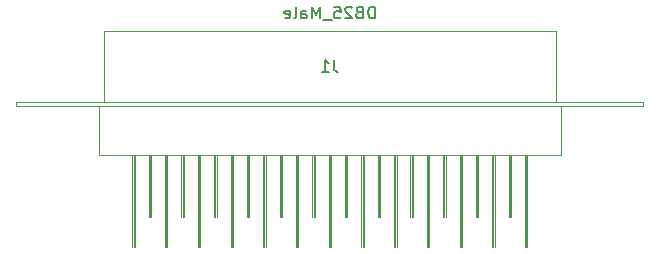
<source format=gbr>
G04 #@! TF.GenerationSoftware,KiCad,Pcbnew,7.0.1*
G04 #@! TF.CreationDate,2024-09-21T18:31:02-05:00*
G04 #@! TF.ProjectId,C128DKEYBOARD,43313238-444b-4455-9942-4f4152442e6b,3.3*
G04 #@! TF.SameCoordinates,Original*
G04 #@! TF.FileFunction,AssemblyDrawing,Bot*
%FSLAX46Y46*%
G04 Gerber Fmt 4.6, Leading zero omitted, Abs format (unit mm)*
G04 Created by KiCad (PCBNEW 7.0.1) date 2024-09-21 18:31:02*
%MOMM*%
%LPD*%
G01*
G04 APERTURE LIST*
%ADD10C,0.150000*%
%ADD11C,0.100000*%
G04 APERTURE END LIST*
D10*
X460344123Y-115898919D02*
X460344123Y-114898919D01*
X460344123Y-114898919D02*
X460106028Y-114898919D01*
X460106028Y-114898919D02*
X459963171Y-114946538D01*
X459963171Y-114946538D02*
X459867933Y-115041776D01*
X459867933Y-115041776D02*
X459820314Y-115137014D01*
X459820314Y-115137014D02*
X459772695Y-115327490D01*
X459772695Y-115327490D02*
X459772695Y-115470347D01*
X459772695Y-115470347D02*
X459820314Y-115660823D01*
X459820314Y-115660823D02*
X459867933Y-115756061D01*
X459867933Y-115756061D02*
X459963171Y-115851300D01*
X459963171Y-115851300D02*
X460106028Y-115898919D01*
X460106028Y-115898919D02*
X460344123Y-115898919D01*
X459010790Y-115375109D02*
X458867933Y-115422728D01*
X458867933Y-115422728D02*
X458820314Y-115470347D01*
X458820314Y-115470347D02*
X458772695Y-115565585D01*
X458772695Y-115565585D02*
X458772695Y-115708442D01*
X458772695Y-115708442D02*
X458820314Y-115803680D01*
X458820314Y-115803680D02*
X458867933Y-115851300D01*
X458867933Y-115851300D02*
X458963171Y-115898919D01*
X458963171Y-115898919D02*
X459344123Y-115898919D01*
X459344123Y-115898919D02*
X459344123Y-114898919D01*
X459344123Y-114898919D02*
X459010790Y-114898919D01*
X459010790Y-114898919D02*
X458915552Y-114946538D01*
X458915552Y-114946538D02*
X458867933Y-114994157D01*
X458867933Y-114994157D02*
X458820314Y-115089395D01*
X458820314Y-115089395D02*
X458820314Y-115184633D01*
X458820314Y-115184633D02*
X458867933Y-115279871D01*
X458867933Y-115279871D02*
X458915552Y-115327490D01*
X458915552Y-115327490D02*
X459010790Y-115375109D01*
X459010790Y-115375109D02*
X459344123Y-115375109D01*
X458391742Y-114994157D02*
X458344123Y-114946538D01*
X458344123Y-114946538D02*
X458248885Y-114898919D01*
X458248885Y-114898919D02*
X458010790Y-114898919D01*
X458010790Y-114898919D02*
X457915552Y-114946538D01*
X457915552Y-114946538D02*
X457867933Y-114994157D01*
X457867933Y-114994157D02*
X457820314Y-115089395D01*
X457820314Y-115089395D02*
X457820314Y-115184633D01*
X457820314Y-115184633D02*
X457867933Y-115327490D01*
X457867933Y-115327490D02*
X458439361Y-115898919D01*
X458439361Y-115898919D02*
X457820314Y-115898919D01*
X456915552Y-114898919D02*
X457391742Y-114898919D01*
X457391742Y-114898919D02*
X457439361Y-115375109D01*
X457439361Y-115375109D02*
X457391742Y-115327490D01*
X457391742Y-115327490D02*
X457296504Y-115279871D01*
X457296504Y-115279871D02*
X457058409Y-115279871D01*
X457058409Y-115279871D02*
X456963171Y-115327490D01*
X456963171Y-115327490D02*
X456915552Y-115375109D01*
X456915552Y-115375109D02*
X456867933Y-115470347D01*
X456867933Y-115470347D02*
X456867933Y-115708442D01*
X456867933Y-115708442D02*
X456915552Y-115803680D01*
X456915552Y-115803680D02*
X456963171Y-115851300D01*
X456963171Y-115851300D02*
X457058409Y-115898919D01*
X457058409Y-115898919D02*
X457296504Y-115898919D01*
X457296504Y-115898919D02*
X457391742Y-115851300D01*
X457391742Y-115851300D02*
X457439361Y-115803680D01*
X456677457Y-115994157D02*
X455915552Y-115994157D01*
X455677456Y-115898919D02*
X455677456Y-114898919D01*
X455677456Y-114898919D02*
X455344123Y-115613204D01*
X455344123Y-115613204D02*
X455010790Y-114898919D01*
X455010790Y-114898919D02*
X455010790Y-115898919D01*
X454106028Y-115898919D02*
X454106028Y-115375109D01*
X454106028Y-115375109D02*
X454153647Y-115279871D01*
X454153647Y-115279871D02*
X454248885Y-115232252D01*
X454248885Y-115232252D02*
X454439361Y-115232252D01*
X454439361Y-115232252D02*
X454534599Y-115279871D01*
X454106028Y-115851300D02*
X454201266Y-115898919D01*
X454201266Y-115898919D02*
X454439361Y-115898919D01*
X454439361Y-115898919D02*
X454534599Y-115851300D01*
X454534599Y-115851300D02*
X454582218Y-115756061D01*
X454582218Y-115756061D02*
X454582218Y-115660823D01*
X454582218Y-115660823D02*
X454534599Y-115565585D01*
X454534599Y-115565585D02*
X454439361Y-115517966D01*
X454439361Y-115517966D02*
X454201266Y-115517966D01*
X454201266Y-115517966D02*
X454106028Y-115470347D01*
X453486980Y-115898919D02*
X453582218Y-115851300D01*
X453582218Y-115851300D02*
X453629837Y-115756061D01*
X453629837Y-115756061D02*
X453629837Y-114898919D01*
X452725075Y-115851300D02*
X452820313Y-115898919D01*
X452820313Y-115898919D02*
X453010789Y-115898919D01*
X453010789Y-115898919D02*
X453106027Y-115851300D01*
X453106027Y-115851300D02*
X453153646Y-115756061D01*
X453153646Y-115756061D02*
X453153646Y-115375109D01*
X453153646Y-115375109D02*
X453106027Y-115279871D01*
X453106027Y-115279871D02*
X453010789Y-115232252D01*
X453010789Y-115232252D02*
X452820313Y-115232252D01*
X452820313Y-115232252D02*
X452725075Y-115279871D01*
X452725075Y-115279871D02*
X452677456Y-115375109D01*
X452677456Y-115375109D02*
X452677456Y-115470347D01*
X452677456Y-115470347D02*
X453153646Y-115565585D01*
X456867933Y-119398919D02*
X456867933Y-120113204D01*
X456867933Y-120113204D02*
X456915552Y-120256061D01*
X456915552Y-120256061D02*
X457010790Y-120351300D01*
X457010790Y-120351300D02*
X457153647Y-120398919D01*
X457153647Y-120398919D02*
X457248885Y-120398919D01*
X455867933Y-120398919D02*
X456439361Y-120398919D01*
X456153647Y-120398919D02*
X456153647Y-119398919D01*
X456153647Y-119398919D02*
X456248885Y-119541776D01*
X456248885Y-119541776D02*
X456344123Y-119637014D01*
X456344123Y-119637014D02*
X456439361Y-119684633D01*
D11*
X467514600Y-135276300D02*
X467514600Y-127436300D01*
X475684600Y-122936300D02*
X437384600Y-122936300D01*
X457919600Y-132736300D02*
X457919600Y-127436300D01*
X446939600Y-132736300D02*
X446939600Y-127436300D01*
X451094600Y-135276300D02*
X451094600Y-127436300D01*
X456534600Y-135276300D02*
X456534600Y-127436300D01*
X445354600Y-135276300D02*
X445354600Y-127436300D01*
X448324600Y-135276300D02*
X448324600Y-127436300D01*
X455149600Y-132736300D02*
X455149600Y-127436300D01*
X462174600Y-135276300D02*
X462174600Y-127436300D01*
X455249600Y-132736300D02*
X455249600Y-127436300D01*
X476084600Y-123336300D02*
X476084600Y-127436300D01*
X459404600Y-135276300D02*
X459404600Y-127436300D01*
X471869600Y-132736300D02*
X471869600Y-127436300D01*
X453764600Y-135276300D02*
X453764600Y-127436300D01*
X459304600Y-135276300D02*
X459304600Y-127436300D01*
X459204600Y-135276300D02*
X459204600Y-127436300D01*
X441199600Y-132736300D02*
X441199600Y-127436300D01*
X457819600Y-132736300D02*
X457819600Y-127436300D01*
X441299600Y-132736300D02*
X441299600Y-127436300D01*
X429984600Y-123336300D02*
X429984600Y-122936300D01*
X444169600Y-132736300D02*
X444169600Y-127436300D01*
X449509600Y-132736300D02*
X449509600Y-127436300D01*
X475684600Y-116936300D02*
X475684600Y-122936300D01*
X473054600Y-135276300D02*
X473054600Y-127436300D01*
X455049600Y-132736300D02*
X455049600Y-127436300D01*
X470484600Y-135276300D02*
X470484600Y-127436300D01*
X464944600Y-135276300D02*
X464944600Y-127436300D01*
X450894600Y-135276300D02*
X450894600Y-127436300D01*
X445554600Y-135276300D02*
X445554600Y-127436300D01*
X461974600Y-135276300D02*
X461974600Y-127436300D01*
X429984600Y-122936300D02*
X483084600Y-122936300D01*
X463359600Y-132736300D02*
X463359600Y-127436300D01*
X448124600Y-135276300D02*
X448124600Y-127436300D01*
X468899600Y-132736300D02*
X468899600Y-127436300D01*
X453664600Y-135276300D02*
X453664600Y-127436300D01*
X453864600Y-135276300D02*
X453864600Y-127436300D01*
X483084600Y-122936300D02*
X483084600Y-123336300D01*
X470384600Y-135276300D02*
X470384600Y-127436300D01*
X449709600Y-132736300D02*
X449709600Y-127436300D01*
X436984600Y-127436300D02*
X436984600Y-123336300D01*
X456634600Y-135276300D02*
X456634600Y-127436300D01*
X436984600Y-123336300D02*
X476084600Y-123336300D01*
X444069600Y-132736300D02*
X444069600Y-127436300D01*
X483084600Y-123336300D02*
X429984600Y-123336300D01*
X460689600Y-132736300D02*
X460689600Y-127436300D01*
X445454600Y-135276300D02*
X445454600Y-127436300D01*
X471669600Y-132736300D02*
X471669600Y-127436300D01*
X446739600Y-132736300D02*
X446739600Y-127436300D01*
X462074600Y-135276300D02*
X462074600Y-127436300D01*
X473254600Y-135276300D02*
X473254600Y-127436300D01*
X441399600Y-132736300D02*
X441399600Y-127436300D01*
X437384600Y-122936300D02*
X437384600Y-116936300D01*
X476084600Y-127436300D02*
X436984600Y-127436300D01*
X452279600Y-132736300D02*
X452279600Y-127436300D01*
X458019600Y-132736300D02*
X458019600Y-127436300D01*
X446839600Y-132736300D02*
X446839600Y-127436300D01*
X440014600Y-135276300D02*
X440014600Y-127436300D01*
X460789600Y-132736300D02*
X460789600Y-127436300D01*
X470284600Y-135276300D02*
X470284600Y-127436300D01*
X460589600Y-132736300D02*
X460589600Y-127436300D01*
X473154600Y-135276300D02*
X473154600Y-127436300D01*
X439914600Y-135276300D02*
X439914600Y-127436300D01*
X469099600Y-132736300D02*
X469099600Y-127436300D01*
X464744600Y-135276300D02*
X464744600Y-127436300D01*
X452479600Y-132736300D02*
X452479600Y-127436300D01*
X468999600Y-132736300D02*
X468999600Y-127436300D01*
X439814600Y-135276300D02*
X439814600Y-127436300D01*
X452379600Y-132736300D02*
X452379600Y-127436300D01*
X456434600Y-135276300D02*
X456434600Y-127436300D01*
X466329600Y-132736300D02*
X466329600Y-127436300D01*
X463559600Y-132736300D02*
X463559600Y-127436300D01*
X443969600Y-132736300D02*
X443969600Y-127436300D01*
X442684600Y-135276300D02*
X442684600Y-127436300D01*
X466129600Y-132736300D02*
X466129600Y-127436300D01*
X463459600Y-132736300D02*
X463459600Y-127436300D01*
X442784600Y-135276300D02*
X442784600Y-127436300D01*
X450994600Y-135276300D02*
X450994600Y-127436300D01*
X464844600Y-135276300D02*
X464844600Y-127436300D01*
X437384600Y-116936300D02*
X475684600Y-116936300D01*
X449609600Y-132736300D02*
X449609600Y-127436300D01*
X471769600Y-132736300D02*
X471769600Y-127436300D01*
X442584600Y-135276300D02*
X442584600Y-127436300D01*
X467614600Y-135276300D02*
X467614600Y-127436300D01*
X448224600Y-135276300D02*
X448224600Y-127436300D01*
X466229600Y-132736300D02*
X466229600Y-127436300D01*
X467714600Y-135276300D02*
X467714600Y-127436300D01*
M02*

</source>
